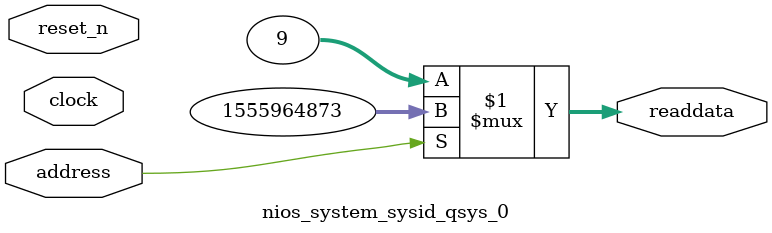
<source format=v>



// synthesis translate_off
`timescale 1ns / 1ps
// synthesis translate_on

// turn off superfluous verilog processor warnings 
// altera message_level Level1 
// altera message_off 10034 10035 10036 10037 10230 10240 10030 

module nios_system_sysid_qsys_0 (
               // inputs:
                address,
                clock,
                reset_n,

               // outputs:
                readdata
             )
;

  output  [ 31: 0] readdata;
  input            address;
  input            clock;
  input            reset_n;

  wire    [ 31: 0] readdata;
  //control_slave, which is an e_avalon_slave
  assign readdata = address ? 1555964873 : 9;

endmodule



</source>
